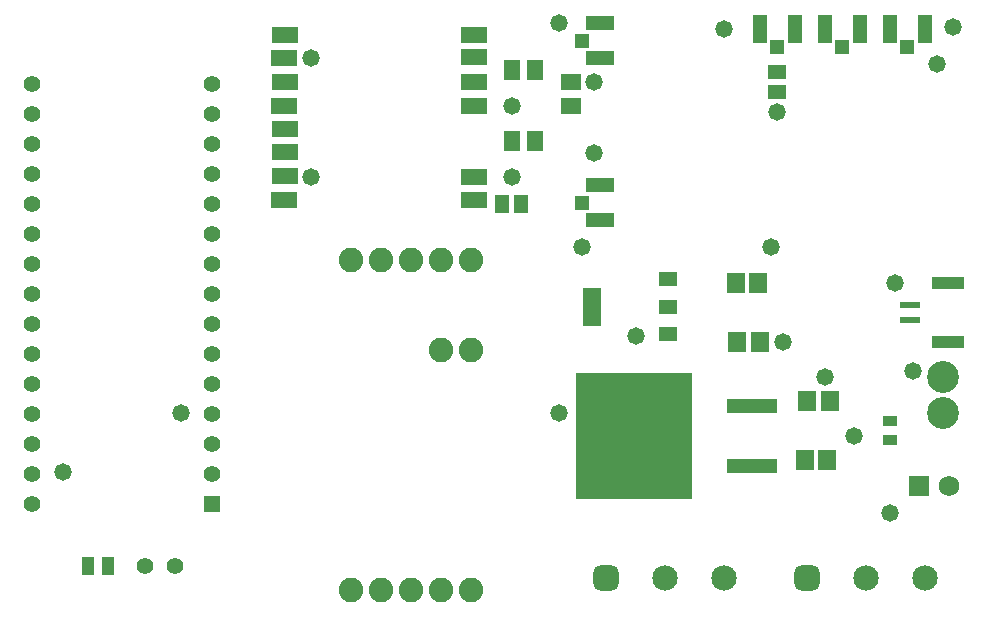
<source format=gbr>
G04*
G04 #@! TF.GenerationSoftware,Altium Limited,Altium Designer,24.6.1 (21)*
G04*
G04 Layer_Color=8388736*
%FSLAX25Y25*%
%MOIN*%
G70*
G04*
G04 #@! TF.SameCoordinates,E7B071F1-E274-4D6C-8170-77C2E5B523DC*
G04*
G04*
G04 #@! TF.FilePolarity,Negative*
G04*
G01*
G75*
%ADD22R,0.05906X0.04724*%
%ADD23R,0.05906X0.12992*%
%ADD26R,0.04969X0.03182*%
%ADD30R,0.10630X0.03937*%
%ADD31R,0.06693X0.02362*%
%ADD39R,0.05918X0.07099*%
%ADD40R,0.16942X0.04934*%
%ADD41R,0.38595X0.41942*%
%ADD42R,0.04737X0.04934*%
%ADD43R,0.04934X0.09461*%
%ADD44R,0.05918X0.05131*%
%ADD45R,0.04934X0.04737*%
%ADD46R,0.09461X0.04934*%
%ADD47R,0.04147X0.06115*%
%ADD48R,0.06509X0.05524*%
%ADD49R,0.05131X0.05918*%
%ADD50R,0.05524X0.06509*%
%ADD51R,0.08674X0.05800*%
%ADD52C,0.06902*%
%ADD53R,0.06902X0.06902*%
%ADD54C,0.08200*%
%ADD55C,0.08477*%
G04:AMPARAMS|DCode=56|XSize=84.77mil|YSize=84.77mil|CornerRadius=23.19mil|HoleSize=0mil|Usage=FLASHONLY|Rotation=0.000|XOffset=0mil|YOffset=0mil|HoleType=Round|Shape=RoundedRectangle|*
%AMROUNDEDRECTD56*
21,1,0.08477,0.03839,0,0,0.0*
21,1,0.03839,0.08477,0,0,0.0*
1,1,0.04639,0.01919,-0.01919*
1,1,0.04639,-0.01919,-0.01919*
1,1,0.04639,-0.01919,0.01919*
1,1,0.04639,0.01919,0.01919*
%
%ADD56ROUNDEDRECTD56*%
%ADD57C,0.10642*%
%ADD58C,0.05524*%
%ADD59C,0.05567*%
%ADD60R,0.05567X0.05567*%
%ADD61C,0.05800*%
D22*
X221260Y116929D02*
D03*
Y125984D02*
D03*
Y135039D02*
D03*
D23*
X196063Y125984D02*
D03*
D26*
X295276Y81488D02*
D03*
Y87803D02*
D03*
D30*
X314665Y114272D02*
D03*
Y133760D02*
D03*
D31*
X302067Y121555D02*
D03*
Y126476D02*
D03*
D39*
X274409Y74803D02*
D03*
X266929D02*
D03*
X275394Y94488D02*
D03*
X267914D02*
D03*
X244489Y114173D02*
D03*
X251969D02*
D03*
X244094Y133858D02*
D03*
X251574D02*
D03*
D40*
X249410Y72677D02*
D03*
Y92677D02*
D03*
D41*
X210236Y82677D02*
D03*
D42*
X301181Y212500D02*
D03*
X279528D02*
D03*
X257874D02*
D03*
D43*
X306988Y218504D02*
D03*
X295374D02*
D03*
X285335D02*
D03*
X273721D02*
D03*
X263681D02*
D03*
X252067D02*
D03*
D44*
X257874Y204035D02*
D03*
Y197539D02*
D03*
D45*
X192815Y160630D02*
D03*
Y214567D02*
D03*
D46*
X198819Y154823D02*
D03*
Y166437D02*
D03*
Y220374D02*
D03*
Y208760D02*
D03*
D47*
X28248Y39370D02*
D03*
X34744D02*
D03*
D48*
X188976Y192897D02*
D03*
Y200771D02*
D03*
D49*
X172539Y160220D02*
D03*
X166043D02*
D03*
D50*
X169291Y181102D02*
D03*
X177165D02*
D03*
Y204724D02*
D03*
X169291D02*
D03*
D51*
X156604Y161417D02*
D03*
Y200787D02*
D03*
X156612Y209035D02*
D03*
Y216535D02*
D03*
X93604Y169541D02*
D03*
X156604Y169291D02*
D03*
X93612Y216535D02*
D03*
X93582Y161417D02*
D03*
Y208661D02*
D03*
X93604Y200787D02*
D03*
X93612Y185039D02*
D03*
Y177539D02*
D03*
X93582Y192961D02*
D03*
X156604Y192913D02*
D03*
D52*
X314961Y66111D02*
D03*
D53*
X304961D02*
D03*
D54*
X155669Y111496D02*
D03*
X145669D02*
D03*
X155669Y141496D02*
D03*
X145669D02*
D03*
X135669D02*
D03*
X125669D02*
D03*
X115669D02*
D03*
Y31496D02*
D03*
X125669D02*
D03*
X135669D02*
D03*
X145669D02*
D03*
X155669D02*
D03*
D55*
X307087Y35433D02*
D03*
X287402D02*
D03*
X240157D02*
D03*
X220472D02*
D03*
D56*
X267717D02*
D03*
X200787D02*
D03*
D57*
X312992Y90551D02*
D03*
Y102362D02*
D03*
D58*
X57244Y39370D02*
D03*
X47244D02*
D03*
D59*
X9370Y60292D02*
D03*
Y70292D02*
D03*
Y80292D02*
D03*
Y90292D02*
D03*
Y100292D02*
D03*
Y110292D02*
D03*
Y120292D02*
D03*
Y130292D02*
D03*
Y140292D02*
D03*
Y150292D02*
D03*
Y160292D02*
D03*
Y170292D02*
D03*
Y180292D02*
D03*
Y190292D02*
D03*
Y200292D02*
D03*
X69370D02*
D03*
Y190292D02*
D03*
Y180292D02*
D03*
Y170292D02*
D03*
Y160292D02*
D03*
Y150292D02*
D03*
Y140292D02*
D03*
Y130292D02*
D03*
Y120292D02*
D03*
Y110292D02*
D03*
Y100292D02*
D03*
Y90292D02*
D03*
Y80292D02*
D03*
Y70292D02*
D03*
D60*
Y60292D02*
D03*
D61*
X196850Y200787D02*
D03*
Y177165D02*
D03*
X192913Y145669D02*
D03*
X240158Y218504D02*
D03*
X316482Y219004D02*
D03*
X311024Y206693D02*
D03*
X259842Y114173D02*
D03*
X295276Y57087D02*
D03*
X303150Y104331D02*
D03*
X297244Y133858D02*
D03*
X210630Y116142D02*
D03*
X273622Y102362D02*
D03*
X185039Y90551D02*
D03*
X257874Y190945D02*
D03*
X283465Y82677D02*
D03*
X255906Y145669D02*
D03*
X169291Y192913D02*
D03*
X59055Y90551D02*
D03*
X19685Y70866D02*
D03*
X102362Y169291D02*
D03*
Y208661D02*
D03*
X185039Y220472D02*
D03*
X169291Y169291D02*
D03*
M02*

</source>
